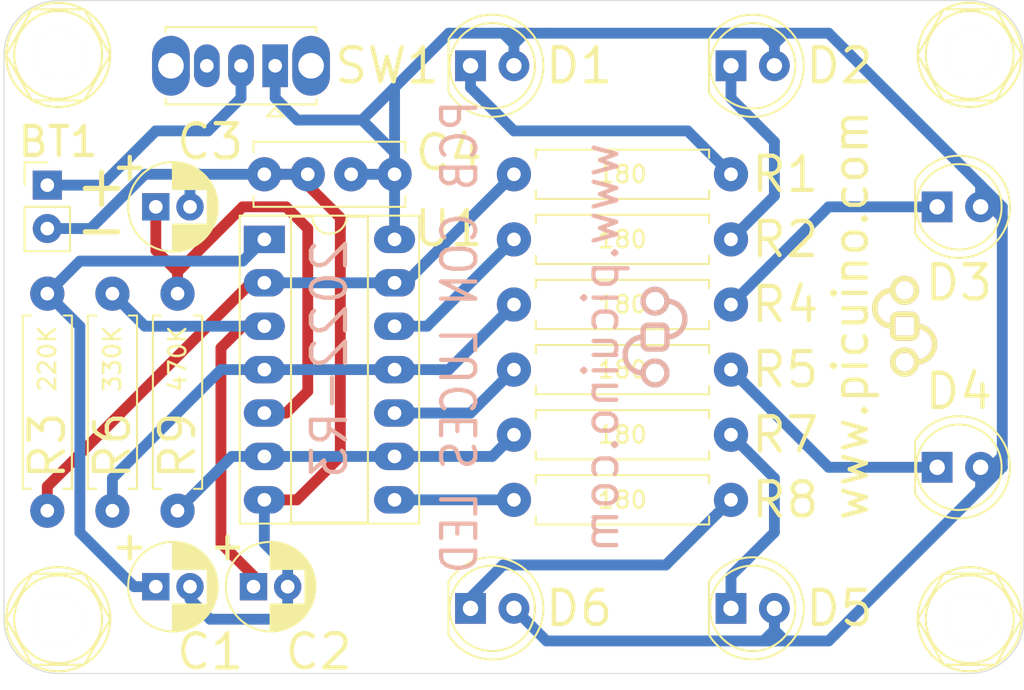
<source format=kicad_pcb>
(kicad_pcb (version 20240108) (generator "pcbnew") (generator_version "8.0")
  (title_block (title "PCB CON LUCES LED") (date "2022-03-12") (rev "R4") (company "www.picuino.com") (comment 1 "Licencia Creative Commons Attribution-ShareAlike 4.0 International"))
  (layers (0 "F.Cu" signal) (31 "B.Cu" signal) (34 "B.Paste" user) (35 "F.Paste" user) (36 "B.SilkS" user "B.Silkscreen") (37 "F.SilkS" user "F.Silkscreen") (38 "B.Mask" user) (39 "F.Mask" user) (44 "Edge.Cuts" user))
  (net 0 "")
  (net 1 "Net-(C1-Pad1)")
  (net 2 "Net-(R4-Pad2)")
  (net 3 "Net-(R2-Pad2)")
  (net 4 "Net-(R5-Pad2)")
  (net 5 "Net-(R8-Pad2)")
  (net 6 "Net-(R1-Pad2)")
  (net 7 "Net-(C3-Pad1)")
  (net 8 "Net-(C2-Pad1)")
  (net 9 "Net-(R7-Pad2)")
  (net 10 "GND")
  (net 11 "+BATT")
  (net 12 "Net-(BT1-+)")
  (net 14 "Net-(D1-K)")
  (net 15 "Net-(D2-K)")
  (net 16 "Net-(D3-K)")
  (net 17 "Net-(D4-K)")
  (net 18 "Net-(D5-K)")
  (net 19 "Net-(D6-K)")
  (footprint "footprints:CP_Radial_D5.0mm_P2.00mm" (layer "F.Cu") (at 59.69 85.09)
    (property "Reference" "C1" (at 3.175 3.81 0) (layer "F.SilkS") (effects (font (size 2 2) (thickness 0.25))))
    (property "Value" "10uF")
    (pad "1" thru_hole rect (at 0 0) (size 1.6 1.6) (drill 0.8) (layers "*.Cu" "*.Mask") (net 1 "Net-(C1-Pad1)"))
    (pad "2" thru_hole circle (at 2 0) (size 1.6 1.6) (drill 0.8) (layers "*.Cu" "*.Mask") (net 10 "GND"))
  )
  (footprint "footprints:R_Axial_DIN0411_L9.9mm_D3.6mm_P12.70mm_Horizontal" (layer "F.Cu") (at 53.34 80.645 90)
    (property "Reference" "R3" (at 3.81 0 90) (layer "F.SilkS") (effects (font (size 2 2) (thickness 0.25))))
    (property "Value" "220K" (at 8.89 0 90) (layer "F.SilkS"))
    (pad "1" thru_hole circle (at 0 0 90) (size 2 2) (drill 0.8) (layers "*.Cu" "*.Mask") (net 6 "Net-(R1-Pad2)"))
    (pad "2" thru_hole circle (at 12.7 0 90) (size 2 2) (drill 0.8) (layers "*.Cu" "*.Mask") (net 1 "Net-(C1-Pad1)"))
  )
  (footprint "footprints:R_Axial_DIN0411_L9.9mm_D3.6mm_P12.70mm_Horizontal" (layer "F.Cu") (at 93.345 60.96 180)
    (property "Reference" "R1" (at -3.175 0 180) (layer "F.SilkS") (effects (font (size 2 2) (thickness 0.25))))
    (property "Value" "180" (at 6.35 0 180) (layer "F.SilkS"))
    (pad "1" thru_hole circle (at 0 0 180) (size 2 2) (drill 0.8) (layers "*.Cu" "*.Mask") (net 14 "Net-(D1-K)"))
    (pad "2" thru_hole circle (at 12.7 0 180) (size 2 2) (drill 0.8) (layers "*.Cu" "*.Mask") (net 6 "Net-(R1-Pad2)"))
  )
  (footprint "footprints:Picuino_Logo_B6" (layer "F.Cu") (at 88.9 70.485 90)
    (property "Reference" "Picuino_Logo_B6" (hide yes))
    (property "Value" "VAL**" (hide yes))
    (fp_line (start 0.39878 -0.70104) (end -0.39878 -0.70104) (stroke (width 0.3)) (layer "B.Cu"))
    (fp_line (start -0.70104 -0.39878) (end -0.70104 0.39878) (stroke (width 0.3)) (layer "B.Cu"))
    (fp_line (start 0.70104 0.39878) (end 0.70104 -0.39878) (stroke (width 0.3)) (layer "B.Cu"))
    (fp_line (start -0.39878 0.70104) (end 0.39878 0.70104) (stroke (width 0.3)) (layer "B.Cu"))
    (fp_arc (start -1.05156 -1.7526) (mid -0.307995 -1.444605) (end 0 -0.70104) (stroke (width 0.3)) (layer "B.Cu"))
    (fp_arc (start 0.39878 -0.70104) (mid 0.61251 -0.61251) (end 0.70104 -0.39878) (stroke (width 0.3)) (layer "B.Cu"))
    (fp_arc (start -2.10058 -0.70104) (mid -1.793329 -1.442809) (end -1.05156 -1.75006) (stroke (width 0.3)) (layer "B.Cu"))
    (fp_arc (start -0.70104 -0.39878) (mid -0.61251 -0.61251) (end -0.39878 -0.70104) (stroke (width 0.3)) (layer "B.Cu"))
    (fp_arc (start 0.70104 0.39878) (mid 0.61251 0.61251) (end 0.39878 0.70104) (stroke (width 0.3)) (layer "B.Cu"))
    (fp_arc (start 2.10058 0.70104) (mid 1.793329 1.442809) (end 1.05156 1.75006) (stroke (width 0.3)) (layer "B.Cu"))
    (fp_arc (start -0.39878 0.70104) (mid -0.61251 0.61251) (end -0.70104 0.39878) (stroke (width 0.3)) (layer "B.Cu"))
    (fp_arc (start 1.05156 1.7526) (mid 0.307995 1.444605) (end 0 0.70104) (stroke (width 0.3)) (layer "B.Cu"))
    (fp_circle (center 2.10058 0) (end 2.79908 0) (stroke (width 0.3)) (fill none) (layer "B.Cu"))
    (fp_circle (center -2.10058 0) (end -1.40208 0) (stroke (width 0.3)) (fill none) (layer "B.Cu"))
    (fp_text user "www.picuino.com" (at -0.635 -3.175 90) (layer "B.SilkS") (effects (font (size 2 1.9) (thickness 0.25)) (justify mirror)))
  )
  (footprint "footprints:LED_D5.0mm" (layer "F.Cu") (at 78.105 54.61)
    (property "Reference" "D1" (at 6.35 0 0) (layer "F.SilkS") (effects (font (size 2 2) (thickness 0.25))))
    (property "Value" "LED")
    (pad "1" thru_hole rect (at 0 0) (size 1.8 1.8) (drill 0.9) (layers "*.Cu" "*.Mask") (net 14 "Net-(D1-K)"))
    (pad "2" thru_hole circle (at 2.54 0) (size 1.8 1.8) (drill 0.9) (layers "*.Cu" "*.Mask") (net 11 "+BATT"))
  )
  (footprint "footprints:LED_D5.0mm" (layer "F.Cu") (at 93.345 54.61)
    (property "Reference" "D2" (at 6.35 0 0) (layer "F.SilkS") (effects (font (size 2 2) (thickness 0.25))))
    (property "Value" "LED")
    (pad "1" thru_hole rect (at 0 0) (size 1.8 1.8) (drill 0.9) (layers "*.Cu" "*.Mask") (net 15 "Net-(D2-K)"))
    (pad "2" thru_hole circle (at 2.54 0) (size 1.8 1.8) (drill 0.9) (layers "*.Cu" "*.Mask") (net 11 "+BATT"))
  )
  (footprint "footprints:LED_D5.0mm" (layer "F.Cu") (at 105.41 62.865)
    (property "Reference" "D3" (at 1.27 4.445 0) (layer "F.SilkS") (effects (font (size 2 2) (thickness 0.25))))
    (property "Value" "LED")
    (pad "1" thru_hole rect (at 0 0) (size 1.8 1.8) (drill 0.9) (layers "*.Cu" "*.Mask") (net 16 "Net-(D3-K)"))
    (pad "2" thru_hole circle (at 2.54 0) (size 1.8 1.8) (drill 0.9) (layers "*.Cu" "*.Mask") (net 11 "+BATT"))
  )
  (footprint "footprints:LED_D5.0mm" (layer "F.Cu") (at 105.41 78.105)
    (property "Reference" "D4" (at 1.27 -4.445 0) (layer "F.SilkS") (effects (font (size 2 2) (thickness 0.25))))
    (property "Value" "LED")
    (pad "1" thru_hole rect (at 0 0) (size 1.8 1.8) (drill 0.9) (layers "*.Cu" "*.Mask") (net 17 "Net-(D4-K)"))
    (pad "2" thru_hole circle (at 2.54 0) (size 1.8 1.8) (drill 0.9) (layers "*.Cu" "*.Mask") (net 11 "+BATT"))
  )
  (footprint "footprints:LED_D5.0mm" (layer "F.Cu") (at 93.345 86.36)
    (property "Reference" "D5" (at 6.35 0 0) (layer "F.SilkS") (effects (font (size 2 2) (thickness 0.25))))
    (property "Value" "LED")
    (pad "1" thru_hole rect (at 0 0) (size 1.8 1.8) (drill 0.9) (layers "*.Cu" "*.Mask") (net 18 "Net-(D5-K)"))
    (pad "2" thru_hole circle (at 2.54 0) (size 1.8 1.8) (drill 0.9) (layers "*.Cu" "*.Mask") (net 11 "+BATT"))
  )
  (footprint "footprints:LED_D5.0mm" (layer "F.Cu") (at 78.105 86.36)
    (property "Reference" "D6" (at 6.35 0 0) (layer "F.SilkS") (effects (font (size 2 2) (thickness 0.25))))
    (property "Value" "LED")
    (pad "1" thru_hole rect (at 0 0) (size 1.8 1.8) (drill 0.9) (layers "*.Cu" "*.Mask") (net 19 "Net-(D6-K)"))
    (pad "2" thru_hole circle (at 2.54 0) (size 1.8 1.8) (drill 0.9) (layers "*.Cu" "*.Mask") (net 11 "+BATT"))
  )
  (footprint "footprints:DIP-14_W7.62mm_Socket_LongPads" (layer "F.Cu") (at 66.04 64.77)
    (property "Reference" "U1" (at 10.795 -0.635 0) (layer "F.SilkS") (effects (font (size 2 2) (thickness 0.25))))
    (property "Value" "74HC14")
    (pad "1" thru_hole rect (at 0 0) (size 2.4 1.6) (drill 0.8) (layers "*.Cu" "*.Mask") (net 1 "Net-(C1-Pad1)"))
    (pad "2" thru_hole oval (at 0 2.54) (size 2.4 1.6) (drill 0.8) (layers "*.Cu" "*.Mask") (net 6 "Net-(R1-Pad2)"))
    (pad "3" thru_hole oval (at 0 5.08) (size 2.4 1.6) (drill 0.8) (layers "*.Cu" "*.Mask") (net 8 "Net-(C2-Pad1)"))
    (pad "4" thru_hole oval (at 0 7.62) (size 2.4 1.6) (drill 0.8) (layers "*.Cu" "*.Mask") (net 2 "Net-(R4-Pad2)"))
    (pad "5" thru_hole oval (at 0 10.16) (size 2.4 1.6) (drill 0.8) (layers "*.Cu" "*.Mask") (net 7 "Net-(C3-Pad1)"))
    (pad "6" thru_hole oval (at 0 12.7) (size 2.4 1.6) (drill 0.8) (layers "*.Cu" "*.Mask") (net 9 "Net-(R7-Pad2)"))
    (pad "7" thru_hole oval (at 0 15.24) (size 2.4 1.6) (drill 0.8) (layers "*.Cu" "*.Mask") (net 10 "GND"))
    (pad "8" thru_hole oval (at 7.62 15.24) (size 2.4 1.6) (drill 0.8) (layers "*.Cu" "*.Mask") (net 5 "Net-(R8-Pad2)"))
    (pad "9" thru_hole oval (at 7.62 12.7) (size 2.4 1.6) (drill 0.8) (layers "*.Cu" "*.Mask") (net 9 "Net-(R7-Pad2)"))
    (pad "10" thru_hole oval (at 7.62 10.16) (size 2.4 1.6) (drill 0.8) (layers "*.Cu" "*.Mask") (net 4 "Net-(R5-Pad2)"))
    (pad "11" thru_hole oval (at 7.62 7.62) (size 2.4 1.6) (drill 0.8) (layers "*.Cu" "*.Mask") (net 2 "Net-(R4-Pad2)"))
    (pad "12" thru_hole oval (at 7.62 5.08) (size 2.4 1.6) (drill 0.8) (layers "*.Cu" "*.Mask") (net 3 "Net-(R2-Pad2)"))
    (pad "13" thru_hole oval (at 7.62 2.54) (size 2.4 1.6) (drill 0.8) (layers "*.Cu" "*.Mask") (net 6 "Net-(R1-Pad2)"))
    (pad "14" thru_hole oval (at 7.62 0) (size 2.4 1.6) (drill 0.8) (layers "*.Cu" "*.Mask") (net 11 "+BATT"))
  )
  (footprint "footprints:CP_Radial_D5.0mm_P2.00mm" (layer "F.Cu") (at 65.405 85.09)
    (property "Reference" "C2" (at 3.81 3.81 0) (layer "F.SilkS") (effects (font (size 2 2) (thickness 0.25))))
    (property "Value" "10uF")
    (pad "1" thru_hole rect (at 0 0) (size 1.6 1.6) (drill 0.8) (layers "*.Cu" "*.Mask") (net 8 "Net-(C2-Pad1)"))
    (pad "2" thru_hole circle (at 2 0) (size 1.6 1.6) (drill 0.8) (layers "*.Cu" "*.Mask") (net 10 "GND"))
  )
  (footprint "footprints:R_Axial_DIN0411_L9.9mm_D3.6mm_P12.70mm_Horizontal" (layer "F.Cu") (at 93.345 72.39 180)
    (property "Reference" "R5" (at -3.175 0 180) (layer "F.SilkS") (effects (font (size 2 2) (thickness 0.25))))
    (property "Value" "180" (at 6.35 0 180) (layer "F.SilkS"))
    (pad "1" thru_hole circle (at 0 0 180) (size 2 2) (drill 0.8) (layers "*.Cu" "*.Mask") (net 17 "Net-(D4-K)"))
    (pad "2" thru_hole circle (at 12.7 0 180) (size 2 2) (drill 0.8) (layers "*.Cu" "*.Mask") (net 4 "Net-(R5-Pad2)"))
  )
  (footprint "footprints:R_Axial_DIN0411_L9.9mm_D3.6mm_P12.70mm_Horizontal" (layer "F.Cu") (at 57.15 80.645 90)
    (property "Reference" "R6" (at 3.81 0 90) (layer "F.SilkS") (effects (font (size 2 2) (thickness 0.25))))
    (property "Value" "330K" (at 8.89 0 90) (layer "F.SilkS"))
    (pad "1" thru_hole circle (at 0 0 90) (size 2 2) (drill 0.8) (layers "*.Cu" "*.Mask") (net 2 "Net-(R4-Pad2)"))
    (pad "2" thru_hole circle (at 12.7 0 90) (size 2 2) (drill 0.8) (layers "*.Cu" "*.Mask") (net 8 "Net-(C2-Pad1)"))
  )
  (footprint "footprints:R_Axial_DIN0411_L9.9mm_D3.6mm_P12.70mm_Horizontal" (layer "F.Cu") (at 93.345 76.2 180)
    (property "Reference" "R7" (at -3.175 0 180) (layer "F.SilkS") (effects (font (size 2 2) (thickness 0.25))))
    (property "Value" "180" (at 6.35 0 180) (layer "F.SilkS"))
    (pad "1" thru_hole circle (at 0 0 180) (size 2 2) (drill 0.8) (layers "*.Cu" "*.Mask") (net 18 "Net-(D5-K)"))
    (pad "2" thru_hole circle (at 12.7 0 180) (size 2 2) (drill 0.8) (layers "*.Cu" "*.Mask") (net 9 "Net-(R7-Pad2)"))
  )
  (footprint "footprints:R_Axial_DIN0411_L9.9mm_D3.6mm_P12.70mm_Horizontal" (layer "F.Cu") (at 93.345 80.01 180)
    (property "Reference" "R8" (at -3.175 0 180) (layer "F.SilkS") (effects (font (size 2 2) (thickness 0.25))))
    (property "Value" "180" (at 6.35 0 180) (layer "F.SilkS"))
    (pad "1" thru_hole circle (at 0 0 180) (size 2 2) (drill 0.8) (layers "*.Cu" "*.Mask") (net 19 "Net-(D6-K)"))
    (pad "2" thru_hole circle (at 12.7 0 180) (size 2 2) (drill 0.8) (layers "*.Cu" "*.Mask") (net 5 "Net-(R8-Pad2)"))
  )
  (footprint "footprints:R_Axial_DIN0411_L9.9mm_D3.6mm_P12.70mm_Horizontal" (layer "F.Cu") (at 60.96 80.645 90)
    (property "Reference" "R9" (at 3.81 0 90) (layer "F.SilkS") (effects (font (size 2 2) (thickness 0.25))))
    (property "Value" "470K" (at 8.89 0 90) (layer "F.SilkS"))
    (pad "1" thru_hole circle (at 0 0 90) (size 2 2) (drill 0.8) (layers "*.Cu" "*.Mask") (net 9 "Net-(R7-Pad2)"))
    (pad "2" thru_hole circle (at 12.7 0 90) (size 2 2) (drill 0.8) (layers "*.Cu" "*.Mask") (net 7 "Net-(C3-Pad1)"))
  )
  (footprint "footprints:R_Axial_DIN0411_L9.9mm_D3.6mm_P12.70mm_Horizontal" (layer "F.Cu") (at 93.345 64.77 180)
    (property "Reference" "R2" (at -3.175 0 180) (layer "F.SilkS") (effects (font (size 2 2) (thickness 0.25))))
    (property "Value" "180" (at 6.35 0 180) (layer "F.SilkS"))
    (pad "1" thru_hole circle (at 0 0 180) (size 2 2) (drill 0.8) (layers "*.Cu" "*.Mask") (net 15 "Net-(D2-K)"))
    (pad "2" thru_hole circle (at 12.7 0 180) (size 2 2) (drill 0.8) (layers "*.Cu" "*.Mask") (net 3 "Net-(R2-Pad2)"))
  )
  (footprint "footprints:SW_Slide_1P2T_CK_OS102011MS2Q" (layer "F.Cu") (at 66.675 54.61 180)
    (property "Reference" "SW1" (at -6.545 0 180) (layer "F.SilkS") (effects (font (size 2 2) (thickness 0.25))))
    (property "Value" "SW_SPDT")
    (pad "" thru_hole oval (at -2.1 0 180) (size 2.2 3.5) (drill 1.5) (layers "*.Cu" "*.Mask"))
    (pad "" thru_hole oval (at 6.1 0 180) (size 2.2 3.5) (drill 1.5) (layers "*.Cu" "*.Mask"))
    (pad "1" thru_hole rect (at 0 0 180) (size 1.5 2.5) (drill 0.8) (layers "*.Cu" "*.Mask") (net 11 "+BATT"))
    (pad "2" thru_hole oval (at 2 0 180) (size 1.5 2.5) (drill 0.8) (layers "*.Cu" "*.Mask") (net 12 "Net-(BT1-+)"))
    (pad "3" thru_hole oval (at 4 0 180) (size 1.5 2.5) (drill 0.8) (layers "*.Cu" "*.Mask"))
  )
  (footprint "footprints:PinHeader_1x02_P2.54mm_Vertical" (layer "F.Cu") (at 53.34 61.595)
    (property "Reference" "BT1" (at 0.635 -2.54 0) (layer "F.SilkS") (effects (font (size 1.7 1.7) (thickness 0.25))))
    (property "Value" "Battery")
    (pad "1" thru_hole rect (at 0 0) (size 1.7 1.7) (drill 0.8) (layers "*.Cu" "*.Mask") (net 12 "Net-(BT1-+)"))
    (pad "2" thru_hole oval (at 0 2.54) (size 1.7 1.7) (drill 0.8) (layers "*.Cu" "*.Mask") (net 10 "GND"))
  )
  (footprint "footprints:C_Rect_L9.0mm_W3.2mm_P7.50mm_MKT" (layer "F.Cu") (at 73.66 60.96 180)
    (property "Reference" "C4" (at -3.175 1.27 0) (layer "F.SilkS") (effects (font (size 2 2) (thickness 0.25))))
    (property "Value" "100nF")
    (pad "1" thru_hole circle (at 0 0 180) (size 2 2) (drill 0.8) (layers "*.Cu" "*.Mask") (net 11 "+BATT"))
    (pad "1" thru_hole circle (at 2.54 0 180) (size 2 2) (drill 0.8) (layers "*.Cu" "*.Mask") (net 11 "+BATT"))
    (pad "2" thru_hole circle (at 5.08 0 180) (size 2 2) (drill 0.8) (layers "*.Cu" "*.Mask") (net 10 "GND"))
    (pad "2" thru_hole circle (at 7.62 0 180) (size 2 2) (drill 0.8) (layers "*.Cu" "*.Mask") (net 10 "GND"))
  )
  (footprint "footprints:R_Axial_DIN0411_L9.9mm_D3.6mm_P12.70mm_Horizontal" (layer "F.Cu") (at 93.345 68.58 180)
    (property "Reference" "R4" (at -3.175 0 180) (layer "F.SilkS") (effects (font (size 2 2) (thickness 0.25))))
    (property "Value" "180" (at 6.35 0 180) (layer "F.SilkS"))
    (pad "1" thru_hole circle (at 0 0 180) (size 2 2) (drill 0.8) (layers "*.Cu" "*.Mask") (net 16 "Net-(D3-K)"))
    (pad "2" thru_hole circle (at 12.7 0 180) (size 2 2) (drill 0.8) (layers "*.Cu" "*.Mask") (net 2 "Net-(R4-Pad2)"))
  )
  (footprint "footprints:CP_Radial_D5.0mm_P2.00mm" (layer "F.Cu") (at 59.69 62.865)
    (property "Reference" "C3" (at 3.175 -3.81 0) (layer "F.SilkS") (effects (font (size 2 2) (thickness 0.25))))
    (property "Value" "10uF")
    (pad "1" thru_hole rect (at 0 0) (size 1.6 1.6) (drill 0.8) (layers "*.Cu" "*.Mask") (net 7 "Net-(C3-Pad1)"))
    (pad "2" thru_hole circle (at 2 0) (size 1.6 1.6) (drill 0.8) (layers "*.Cu" "*.Mask") (net 10 "GND"))
  )
  (footprint "footprints:SCREW_M3" (layer "F.Cu") (at 107.315 53.975)
    (property "Reference" "M3" (hide yes))
    (property "Value" "Val**" (hide yes))
    (pad "" np_thru_hole circle (at 0 0) (size 3 3) (drill 3) (layers "F&B.Cu" "*.Mask" "F.SilkS"))
  )
  (footprint "footprints:SCREW_M3" (layer "F.Cu") (at 53.975 53.975)
    (property "Reference" "M3" (hide yes))
    (property "Value" "Val**" (hide yes))
    (pad "" np_thru_hole circle (at 0 0) (size 3 3) (drill 3) (layers "F&B.Cu" "*.Mask" "F.SilkS"))
  )
  (footprint "footprints:SCREW_M3" (layer "F.Cu") (at 53.975 86.995)
    (property "Reference" "M3" (hide yes))
    (property "Value" "Val**" (hide yes))
    (pad "" np_thru_hole circle (at 0 0) (size 3 3) (drill 3) (layers "F&B.Cu" "*.Mask" "F.SilkS"))
  )
  (footprint "footprints:SCREW_M3" (layer "F.Cu") (at 107.315 86.995)
    (property "Reference" "M3" (hide yes))
    (property "Value" "Val**" (hide yes))
    (pad "" np_thru_hole circle (at 0 0) (size 3 3) (drill 3) (layers "F&B.Cu" "*.Mask" "F.SilkS"))
  )
  (footprint "footprints:Picuino_Logo_B6" (layer "B.Cu") (at 103.505 69.85 -90)
    (property "Reference" "Picuino_Logo_B6" (hide yes))
    (property "Value" "VAL**" (hide yes))
    (fp_line (start -0.39878 0.70104) (end 0.39878 0.70104) (stroke (width 0.3)) (layer "F.Cu"))
    (fp_line (start 0.70104 0.39878) (end 0.70104 -0.39878) (stroke (width 0.3)) (layer "F.Cu"))
    (fp_line (start -0.70104 -0.39878) (end -0.70104 0.39878) (stroke (width 0.3)) (layer "F.Cu"))
    (fp_line (start 0.39878 -0.70104) (end -0.39878 -0.70104) (stroke (width 0.3)) (layer "F.Cu"))
    (fp_arc (start -1.05156 1.75006) (mid -1.793329 1.442809) (end -2.10058 0.70104) (stroke (width 0.3)) (layer "F.Cu"))
    (fp_arc (start -0.39878 0.70104) (mid -0.61251 0.61251) (end -0.70104 0.39878) (stroke (width 0.3)) (layer "F.Cu"))
    (fp_arc (start 0 0.70104) (mid -0.307995 1.444605) (end -1.05156 1.7526) (stroke (width 0.3)) (layer "F.Cu"))
    (fp_arc (start 0.70104 0.39878) (mid 0.61251 0.61251) (end 0.39878 0.70104) (stroke (width 0.3)) (layer "F.Cu"))
    (fp_arc (start -0.70104 -0.39878) (mid -0.61251 -0.61251) (end -0.39878 -0.70104) (stroke (width 0.3)) (layer "F.Cu"))
    (fp_arc (start 0 -0.70104) (mid 0.307995 -1.444605) (end 1.05156 -1.7526) (stroke (width 0.3)) (layer "F.Cu"))
    (fp_arc (start 0.39878 -0.70104) (mid 0.61251 -0.61251) (end 0.70104 -0.39878) (stroke (width 0.3)) (layer "F.Cu"))
    (fp_arc (start 1.05156 -1.75006) (mid 1.793329 -1.442809) (end 2.10058 -0.70104) (stroke (width 0.3)) (layer "F.Cu"))
    (fp_circle (center -2.10058 0) (end -1.40208 0) (stroke (width 0.3)) (fill none) (layer "F.Cu"))
    (fp_circle (center 2.10058 0) (end 2.79908 0) (stroke (width 0.3)) (fill none) (layer "F.Cu"))
    (fp_text user "www.picuino.com" (at -0.635 3.175 90) (layer "F.SilkS") (effects (font (size 2 1.9) (thickness 0.25))))
  )
  (gr_arc (start 110.49 86.995) (mid 109.560064 89.240064) (end 107.315 90.17) (stroke (width 0.05)) (layer "Edge.Cuts"))
  (gr_line (start 53.975 90.17) (end 107.315 90.17) (stroke (width 0.05)) (layer "Edge.Cuts"))
  (gr_arc (start 53.975 90.17) (mid 51.729936 89.240064) (end 50.8 86.995) (stroke (width 0.05)) (layer "Edge.Cuts"))
  (gr_arc (start 50.8 53.975) (mid 51.729936 51.729936) (end 53.975 50.8) (stroke (width 0.05)) (layer "Edge.Cuts"))
  (gr_arc (start 107.315 50.8) (mid 109.560064 51.729936) (end 110.49 53.975) (stroke (width 0.05)) (layer "Edge.Cuts"))
  (gr_line (start 50.8 53.975) (end 50.8 86.995) (stroke (width 0.05)) (layer "Edge.Cuts"))
  (gr_line (start 107.315 50.8) (end 53.975 50.8) (stroke (width 0.05)) (layer "Edge.Cuts"))
  (gr_line (start 110.49 86.995) (end 110.49 53.975) (stroke (width 0.05)) (layer "Edge.Cuts"))
  (gr_text "PCB CON LUCES LED" (at 77.47 70.485 90) (layer "B.SilkS") (effects (font (size 2 1.75) (thickness 0.25)) (justify mirror)))
  (gr_text "2022-R3" (at 69.85 71.755 90) (layer "B.SilkS") (effects (font (size 2 2) (thickness 0.25)) (justify mirror)))
  (gr_text "+" (at 56.515 61.595 0) (layer "F.SilkS") (effects (font (size 2.5 2.5) (thickness 0.3))))
  (gr_text "-" (at 56.515 64.135 0) (layer "F.SilkS") (effects (font (size 2.5 2.5) (thickness 0.3))))
  (segment (start 55.245 81.915) (end 55.245 69.85) (width 0.635) (layer "B.Cu") (net 1))
  (segment (start 55.245 69.85) (end 53.34 67.945) (width 0.635) (layer "B.Cu") (net 1))
  (segment (start 58.42 85.09) (end 55.245 81.915) (width 0.635) (layer "B.Cu") (net 1))
  (segment (start 59.69 85.09) (end 58.42 85.09) (width 0.635) (layer "B.Cu") (net 1))
  (segment (start 55.245 66.04) (end 64.77 66.04) (width 0.635) (layer "B.Cu") (net 1))
  (segment (start 53.34 67.945) (end 55.245 66.04) (width 0.635) (layer "B.Cu") (net 1))
  (segment (start 64.77 66.04) (end 66.04 64.77) (width 0.635) (layer "B.Cu") (net 1))
  (segment (start 57.15 80.645) (end 57.15 78.74) (width 0.635) (layer "B.Cu") (net 2))
  (segment (start 73.66 72.39) (end 74.295 72.39) (width 0.635) (layer "B.Cu") (net 2))
  (segment (start 66.04 72.39) (end 73.66 72.39) (width 0.635) (layer "B.Cu") (net 2))
  (segment (start 57.15 78.74) (end 63.5 72.39) (width 0.635) (layer "B.Cu") (net 2))
  (segment (start 63.5 72.39) (end 66.04 72.39) (width 0.635) (layer "B.Cu") (net 2))
  (segment (start 76.835 72.39) (end 80.645 68.58) (width 0.635) (layer "B.Cu") (net 2))
  (segment (start 73.66 72.39) (end 76.835 72.39) (width 0.635) (layer "B.Cu") (net 2))
  (segment (start 75.565 69.85) (end 80.645 64.77) (width 0.635) (layer "B.Cu") (net 3))
  (segment (start 73.66 69.85) (end 75.565 69.85) (width 0.635) (layer "B.Cu") (net 3))
  (segment (start 73.66 74.93) (end 78.105 74.93) (width 0.635) (layer "B.Cu") (net 4))
  (segment (start 78.105 74.93) (end 80.645 72.39) (width 0.635) (layer "B.Cu") (net 4))
  (segment (start 80.645 80.01) (end 73.66 80.01) (width 0.635) (layer "B.Cu") (net 5))
  (segment (start 53.34 79.230787) (end 65.260787 67.31) (width 0.635) (layer "F.Cu") (net 6))
  (segment (start 65.260787 67.31) (end 66.04 67.31) (width 0.635) (layer "F.Cu") (net 6))
  (segment (start 53.34 80.645) (end 53.34 79.230787) (width 0.635) (layer "F.Cu") (net 6))
  (segment (start 66.04 67.31) (end 73.66 67.31) (width 0.635) (layer "B.Cu") (net 6))
  (segment (start 73.66 67.31) (end 74.295 67.31) (width 0.635) (layer "B.Cu") (net 6))
  (segment (start 74.295 67.31) (end 80.645 60.96) (width 0.635) (layer "B.Cu") (net 6))
  (segment (start 61.595 66.04) (end 64.77 62.865) (width 0.635) (layer "F.Cu") (net 7))
  (segment (start 68.58 73.66) (end 67.31 74.93) (width 0.635) (layer "F.Cu") (net 7))
  (segment (start 60.325 66.04) (end 61.595 66.04) (width 0.635) (layer "F.Cu") (net 7))
  (segment (start 64.77 62.865) (end 67.31 62.865) (width 0.635) (layer "F.Cu") (net 7))
  (segment (start 67.31 62.865) (end 68.58 64.135) (width 0.635) (layer "F.Cu") (net 7))
  (segment (start 59.69 62.865) (end 59.69 65.405) (width 0.635) (layer "F.Cu") (net 7))
  (segment (start 67.31 74.93) (end 66.04 74.93) (width 0.635) (layer "F.Cu") (net 7))
  (segment (start 59.69 65.405) (end 60.325 66.04) (width 0.635) (layer "F.Cu") (net 7))
  (segment (start 68.58 64.135) (end 68.58 73.66) (width 0.635) (layer "F.Cu") (net 7))
  (segment (start 60.96 67.945) (end 60.96 66.675) (width 0.635) (layer "F.Cu") (net 7))
  (segment (start 60.325 66.04) (end 60.96 66.675) (width 0.635) (layer "F.Cu") (net 7))
  (segment (start 60.96 66.675) (end 61.595 66.04) (width 0.635) (layer "F.Cu") (net 7))
  (segment (start 63.5 82.55) (end 63.5 71.12) (width 0.635) (layer "F.Cu") (net 8))
  (segment (start 65.405 85.09) (end 65.405 84.455) (width 0.635) (layer "F.Cu") (net 8))
  (segment (start 64.77 69.85) (end 66.04 69.85) (width 0.635) (layer "F.Cu") (net 8))
  (segment (start 65.405 84.455) (end 63.5 82.55) (width 0.635) (layer "F.Cu") (net 8))
  (segment (start 63.5 71.12) (end 64.77 69.85) (width 0.635) (layer "F.Cu") (net 8))
  (segment (start 59.055 69.85) (end 57.15 67.945) (width 0.635) (layer "B.Cu") (net 8))
  (segment (start 66.04 69.85) (end 59.055 69.85) (width 0.635) (layer "B.Cu") (net 8))
  (segment (start 66.04 77.47) (end 73.66 77.47) (width 0.635) (layer "B.Cu") (net 9))
  (segment (start 73.66 77.47) (end 79.375 77.47) (width 0.635) (layer "B.Cu") (net 9))
  (segment (start 79.375 77.47) (end 80.645 76.2) (width 0.635) (layer "B.Cu") (net 9))
  (segment (start 64.135 77.47) (end 66.04 77.47) (width 0.635) (layer "B.Cu") (net 9))
  (segment (start 60.96 80.645) (end 64.135 77.47) (width 0.635) (layer "B.Cu") (net 9))
  (segment (start 67.945 80.01) (end 70.485 77.47) (width 0.635) (layer "F.Cu") (net 10))
  (segment (start 67.945 60.96) (end 66.16 60.96) (width 0.635) (layer "F.Cu") (net 10))
  (segment (start 66.04 80.01) (end 67.945 80.01) (width 0.635) (layer "F.Cu") (net 10))
  (segment (start 70.485 63.5) (end 67.945 60.96) (width 0.635) (layer "F.Cu") (net 10))
  (segment (start 70.485 77.47) (end 70.485 63.5) (width 0.635) (layer "F.Cu") (net 10))
  (segment (start 61.69 61.5) (end 62.23 60.96) (width 0.635) (layer "B.Cu") (net 10))
  (segment (start 61.5 61.5) (end 60.96 60.96) (width 0.635) (layer "B.Cu") (net 10))
  (segment (start 62.865 86.995) (end 66.675 86.995) (width 0.635) (layer "B.Cu") (net 10))
  (segment (start 67.405 83.915) (end 66.04 82.55) (width 0.635) (layer "B.Cu") (net 10))
  (segment (start 60.96 60.96) (end 61.595 60.96) (width 0.635) (layer "B.Cu") (net 10))
  (segment (start 62.23 60.96) (end 66.16 60.96) (width 0.635) (layer "B.Cu") (net 10))
  (segment (start 61.595 60.96) (end 62.23 60.96) (width 0.635) (layer "B.Cu") (net 10))
  (segment (start 59.055 60.96) (end 60.96 60.96) (width 0.635) (layer "B.Cu") (net 10))
  (segment (start 66.04 82.55) (end 66.04 80.01) (width 0.635) (layer "B.Cu") (net 10))
  (segment (start 67.405 86.265) (end 67.405 85.09) (width 0.635) (layer "B.Cu") (net 10))
  (segment (start 66.675 86.995) (end 67.405 86.265) (width 0.635) (layer "B.Cu") (net 10))
  (segment (start 61.69 85.82) (end 62.865 86.995) (width 0.635) (layer "B.Cu") (net 10))
  (segment (start 61.69 62.865) (end 61.69 61.5) (width 0.635) (layer "B.Cu") (net 10))
  (segment (start 61.69 61.5) (end 61.5 61.5) (width 0.635) (layer "B.Cu") (net 10))
  (segment (start 61.69 61.5) (end 61.69 61.055) (width 0.635) (layer "B.Cu") (net 10))
  (segment (start 61.69 85.09) (end 61.69 85.82) (width 0.635) (layer "B.Cu") (net 10))
  (segment (start 61.69 61.055) (end 61.595 60.96) (width 0.635) (layer "B.Cu") (net 10))
  (segment (start 67.405 85.09) (end 67.405 83.915) (width 0.635) (layer "B.Cu") (net 10))
  (segment (start 66.04 60.96) (end 68.58 60.96) (width 0.635) (layer "B.Cu") (net 10))
  (segment (start 53.34 64.135) (end 55.88 64.135) (width 0.635) (layer "B.Cu") (net 10))
  (segment (start 55.88 64.135) (end 59.055 60.96) (width 0.635) (layer "B.Cu") (net 10))
  (segment (start 95.25 52.705) (end 95.885 53.34) (width 0.635) (layer "B.Cu") (net 11))
  (segment (start 96.52 52.705) (end 99.06 52.705) (width 0.635) (layer "B.Cu") (net 11))
  (segment (start 100.965 86.36) (end 107.95 79.375) (width 0.635) (layer "B.Cu") (net 11))
  (segment (start 73.66 57.785) (end 73.66 55.88) (width 0.635) (layer "B.Cu") (net 11))
  (segment (start 99.3775 87.9475) (end 100.965 86.36) (width 0.635) (layer "B.Cu") (net 11))
  (segment (start 80.645 53.34) (end 80.01 52.705) (width 0.635) (layer "B.Cu") (net 11))
  (segment (start 96.52 52.705) (end 95.25 52.705) (width 0.635) (layer "B.Cu") (net 11))
  (segment (start 95.885 53.34) (end 96.52 52.705) (width 0.635) (layer "B.Cu") (net 11))
  (segment (start 109.22 78.105) (end 109.22 77.47) (width 0.635) (layer "B.Cu") (net 11))
  (segment (start 76.835 52.705) (end 80.01 52.705) (width 0.635) (layer "B.Cu") (net 11))
  (segment (start 107.95 79.375) (end 107.95 78.105) (width 0.635) (layer "B.Cu") (net 11))
  (segment (start 66.675 56.495) (end 67.965 57.785) (width 0.635) (layer "B.Cu") (net 11))
  (segment (start 107.95 61.595) (end 107.95 62.865) (width 0.635) (layer "B.Cu") (net 11))
  (segment (start 80.01 52.705) (end 81.28 52.705) (width 0.635) (layer "B.Cu") (net 11))
  (segment (start 71.755 57.785) (end 73.66 59.69) (width 0.635) (layer "B.Cu") (net 11))
  (segment (start 73.66 59.69) (end 73.66 57.785) (width 0.635) (layer "B.Cu") (net 11))
  (segment (start 73.66 60.96) (end 71.12 60.96) (width 0.635) (layer "B.Cu") (net 11))
  (segment (start 80.645 86.36) (end 82.55 88.265) (width 0.635) (layer "B.Cu") (net 11))
  (segment (start 108.585 78.105) (end 109.22 77.47) (width 0.635) (layer "B.Cu") (net 11))
  (segment (start 66.675 54.61) (end 66.675 56.495) (width 0.635) (layer "B.Cu") (net 11))
  (segment (start 95.25 88.265) (end 95.885 88.265) (width 0.635) (layer "B.Cu") (net 11))
  (segment (start 109.22 77.47) (end 109.22 63.5) (width 0.635) (layer "B.Cu") (net 11))
  (segment (start 107.95 62.865) (end 109.22 62.865) (width 0.635) (layer "B.Cu") (net 11))
  (segment (start 107.95 79.375) (end 109.22 78.105) (width 0.635) (layer "B.Cu") (net 11))
  (segment (start 95.885 86.36) (end 95.885 88.265) (width 0.635) (layer "B.Cu") (net 11))
  (segment (start 109.22 63.5) (end 109.22 62.865) (width 0.635) (layer "B.Cu") (net 11))
  (segment (start 80.645 54.61) (end 80.645 53.34) (width 0.635) (layer "B.Cu") (net 11))
  (segment (start 109.22 62.865) (end 107.95 61.595) (width 0.635) (layer "B.Cu") (net 11))
  (segment (start 96.52 88.265) (end 99.06 88.265) (width 0.635) (layer "B.Cu") (net 11))
  (segment (start 95.885 53.34) (end 95.885 54.61) (width 0.635) (layer "B.Cu") (net 11))
  (segment (start 80.645 53.34) (end 81.28 52.705) (width 0.635) (layer "B.Cu") (net 11))
  (segment (start 95.885 87.63) (end 96.52 88.265) (width 0.635) (layer "B.Cu") (net 11))
  (segment (start 99.06 52.705) (end 107.95 61.595) (width 0.635) (layer "B.Cu") (net 11))
  (segment (start 99.06 88.265) (end 99.3775 87.9475) (width 0.635) (layer "B.Cu") (net 11))
  (segment (start 108.585 62.865) (end 109.22 63.5) (width 0.635) (layer "B.Cu") (net 11))
  (segment (start 73.66 55.88) (end 76.835 52.705) (width 0.635) (layer "B.Cu") (net 11))
  (segment (start 82.55 52.705) (end 95.25 52.705) (width 0.635) (layer "B.Cu") (net 11))
  (segment (start 81.28 52.705) (end 82.55 52.705) (width 0.635) (layer "B.Cu") (net 11))
  (segment (start 67.965 57.785) (end 71.755 57.785) (width 0.635) (layer "B.Cu") (net 11))
  (segment (start 73.66 60.96) (end 73.66 59.69) (width 0.635) (layer "B.Cu") (net 11))
  (segment (start 73.66 64.77) (end 73.66 60.96) (width 0.635) (layer "B.Cu") (net 11))
  (segment (start 82.55 88.265) (end 95.25 88.265) (width 0.635) (layer "B.Cu") (net 11))
  (segment (start 95.885 86.36) (end 95.885 87.63) (width 0.635) (layer "B.Cu") (net 11))
  (segment (start 95.885 87.63) (end 95.25 88.265) (width 0.635) (layer "B.Cu") (net 11))
  (segment (start 107.95 78.105) (end 108.585 78.105) (width 0.635) (layer "B.Cu") (net 11))
  (segment (start 71.755 57.785) (end 73.66 55.88) (width 0.635) (layer "B.Cu") (net 11))
  (segment (start 109.22 78.105) (end 107.95 78.105) (width 0.635) (layer "B.Cu") (net 11))
  (segment (start 107.95 62.865) (end 108.585 62.865) (width 0.635) (layer "B.Cu") (net 11))
  (segment (start 95.885 88.265) (end 96.52 88.265) (width 0.635) (layer "B.Cu") (net 11))
  (segment (start 62.75 58.42) (end 59.69 58.42) (width 0.635) (layer "B.Cu") (net 12))
  (segment (start 64.675 54.61) (end 64.675 56.495) (width 0.635) (layer "B.Cu") (net 12))
  (segment (start 56.515 61.595) (end 53.34 61.595) (width 0.635) (layer "B.Cu") (net 12))
  (segment (start 64.675 56.495) (end 62.75 58.42) (width 0.635) (layer "B.Cu") (net 12))
  (segment (start 59.69 58.42) (end 56.515 61.595) (width 0.635) (layer "B.Cu") (net 12))
  (segment (start 78.105 55.88) (end 80.645 58.42) (width 0.635) (layer "B.Cu") (net 14))
  (segment (start 80.645 58.42) (end 90.805 58.42) (width 0.635) (layer "B.Cu") (net 14))
  (segment (start 78.105 54.61) (end 78.105 55.88) (width 0.635) (layer "B.Cu") (net 14))
  (segment (start 90.805 58.42) (end 93.345 60.96) (width 0.635) (layer "B.Cu") (net 14))
  (segment (start 95.885 62.23) (end 95.885 59.055) (width 0.635) (layer "B.Cu") (net 15))
  (segment (start 95.885 59.055) (end 93.345 56.515) (width 0.635) (layer "B.Cu") (net 15))
  (segment (start 93.345 56.515) (end 93.345 54.61) (width 0.635) (layer "B.Cu") (net 15))
  (segment (start 93.345 64.77) (end 95.885 62.23) (width 0.635) (layer "B.Cu") (net 15))
  (segment (start 93.345 68.58) (end 99.06 62.865) (width 0.635) (layer "B.Cu") (net 16))
  (segment (start 99.06 62.865) (end 105.41 62.865) (width 0.635) (layer "B.Cu") (net 16))
  (segment (start 93.345 72.39) (end 99.06 78.105) (width 0.635) (layer "B.Cu") (net 17))
  (segment (start 99.06 78.105) (end 105.41 78.105) (width 0.635) (layer "B.Cu") (net 17))
  (segment (start 95.885 81.915) (end 95.885 78.74) (width 0.635) (layer "B.Cu") (net 18))
  (segment (start 93.345 84.455) (end 95.885 81.915) (width 0.635) (layer "B.Cu") (net 18))
  (segment (start 95.885 78.74) (end 93.345 76.2) (width 0.635) (layer "B.Cu") (net 18))
  (segment (start 93.345 86.36) (end 93.345 84.455) (width 0.635) (layer "B.Cu") (net 18))
  (segment (start 80.01 83.82) (end 89.535 83.82) (width 0.635) (layer "B.Cu") (net 19))
  (segment (start 78.105 85.725) (end 80.01 83.82) (width 0.635) (layer "B.Cu") (net 19))
  (segment (start 89.535 83.82) (end 93.345 80.01) (width 0.635) (layer "B.Cu") (net 19))
  (segment (start 78.105 86.36) (end 78.105 85.725) (width 0.635) (layer "B.Cu") (net 19))
)
</source>
